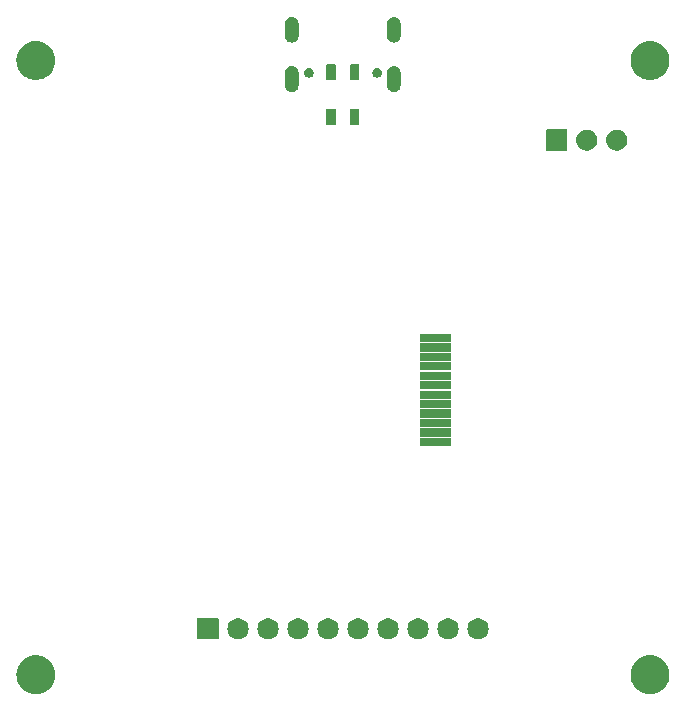
<source format=gbs>
G04 #@! TF.GenerationSoftware,KiCad,Pcbnew,7.0.7*
G04 #@! TF.CreationDate,2023-12-02T12:42:21+01:00*
G04 #@! TF.ProjectId,BusPirate-5-rev10,42757350-6972-4617-9465-2d352d726576,rev?*
G04 #@! TF.SameCoordinates,Original*
G04 #@! TF.FileFunction,Soldermask,Bot*
G04 #@! TF.FilePolarity,Negative*
%FSLAX46Y46*%
G04 Gerber Fmt 4.6, Leading zero omitted, Abs format (unit mm)*
G04 Created by KiCad (PCBNEW 7.0.7) date 2023-12-02 12:42:21*
%MOMM*%
%LPD*%
G01*
G04 APERTURE LIST*
G04 APERTURE END LIST*
G36*
X103959517Y-114454684D02*
G01*
X104023298Y-114454684D01*
X104092991Y-114465188D01*
X104158117Y-114470314D01*
X104210610Y-114482916D01*
X104267146Y-114491438D01*
X104341031Y-114514228D01*
X104409878Y-114530757D01*
X104454386Y-114549193D01*
X104502786Y-114564122D01*
X104578773Y-114600715D01*
X104649084Y-114629839D01*
X104685176Y-114651956D01*
X104724966Y-114671118D01*
X104800650Y-114722719D01*
X104869846Y-114765122D01*
X104897553Y-114788786D01*
X104928709Y-114810028D01*
X105001462Y-114877533D01*
X105066726Y-114933274D01*
X105086543Y-114956477D01*
X105109485Y-114977764D01*
X105176549Y-115061859D01*
X105234878Y-115130154D01*
X105247707Y-115151089D01*
X105263236Y-115170562D01*
X105321806Y-115272008D01*
X105370161Y-115350916D01*
X105377262Y-115368060D01*
X105386535Y-115384121D01*
X105433830Y-115504627D01*
X105469243Y-115590122D01*
X105472171Y-115602320D01*
X105476628Y-115613675D01*
X105509993Y-115759857D01*
X105529686Y-115841883D01*
X105530196Y-115848375D01*
X105531501Y-115854089D01*
X105548534Y-116081378D01*
X105550000Y-116100000D01*
X105548534Y-116118623D01*
X105531501Y-116345910D01*
X105530197Y-116351622D01*
X105529686Y-116358117D01*
X105509988Y-116440161D01*
X105476628Y-116586324D01*
X105472172Y-116597677D01*
X105469243Y-116609878D01*
X105433822Y-116695390D01*
X105386535Y-116815878D01*
X105377264Y-116831935D01*
X105370161Y-116849084D01*
X105321796Y-116928007D01*
X105263236Y-117029437D01*
X105247710Y-117048905D01*
X105234878Y-117069846D01*
X105176537Y-117138154D01*
X105109485Y-117222235D01*
X105086548Y-117243517D01*
X105066726Y-117266726D01*
X105001448Y-117322478D01*
X104928709Y-117389971D01*
X104897559Y-117411208D01*
X104869846Y-117434878D01*
X104800636Y-117477289D01*
X104724966Y-117528881D01*
X104685183Y-117548039D01*
X104649084Y-117570161D01*
X104578758Y-117599290D01*
X104502786Y-117635877D01*
X104454396Y-117650802D01*
X104409878Y-117669243D01*
X104341017Y-117685775D01*
X104267146Y-117708561D01*
X104210619Y-117717081D01*
X104158117Y-117729686D01*
X104092987Y-117734811D01*
X104023298Y-117745316D01*
X103959517Y-117745316D01*
X103900000Y-117750000D01*
X103840483Y-117745316D01*
X103776702Y-117745316D01*
X103707011Y-117734811D01*
X103641883Y-117729686D01*
X103589382Y-117717081D01*
X103532853Y-117708561D01*
X103458978Y-117685774D01*
X103390122Y-117669243D01*
X103345606Y-117650804D01*
X103297213Y-117635877D01*
X103221236Y-117599288D01*
X103150916Y-117570161D01*
X103114816Y-117548039D01*
X103075034Y-117528881D01*
X102999365Y-117477290D01*
X102930154Y-117434878D01*
X102902439Y-117411207D01*
X102871290Y-117389970D01*
X102798546Y-117322474D01*
X102733274Y-117266726D01*
X102713455Y-117243521D01*
X102690514Y-117222235D01*
X102623447Y-117138136D01*
X102565122Y-117069846D01*
X102552293Y-117048911D01*
X102536763Y-117029437D01*
X102478186Y-116927979D01*
X102429839Y-116849084D01*
X102422738Y-116831941D01*
X102413464Y-116815878D01*
X102366158Y-116695344D01*
X102330757Y-116609878D01*
X102327829Y-116597683D01*
X102323371Y-116586324D01*
X102289991Y-116440077D01*
X102270314Y-116358117D01*
X102269803Y-116351629D01*
X102268498Y-116345910D01*
X102251446Y-116118375D01*
X102250000Y-116100000D01*
X102251443Y-116081662D01*
X102268498Y-115854089D01*
X102269803Y-115848369D01*
X102270314Y-115841883D01*
X102289986Y-115759941D01*
X102323371Y-115613675D01*
X102327830Y-115602313D01*
X102330757Y-115590122D01*
X102366150Y-115504673D01*
X102413464Y-115384121D01*
X102422739Y-115368054D01*
X102429839Y-115350916D01*
X102478176Y-115272036D01*
X102536763Y-115170562D01*
X102552295Y-115151084D01*
X102565122Y-115130154D01*
X102623435Y-115061877D01*
X102690514Y-114977764D01*
X102713459Y-114956473D01*
X102733274Y-114933274D01*
X102798533Y-114877536D01*
X102871290Y-114810029D01*
X102902445Y-114788787D01*
X102930154Y-114765122D01*
X102999350Y-114722718D01*
X103075034Y-114671118D01*
X103114824Y-114651955D01*
X103150916Y-114629839D01*
X103221222Y-114600717D01*
X103297213Y-114564122D01*
X103345615Y-114549191D01*
X103390122Y-114530757D01*
X103458963Y-114514229D01*
X103532853Y-114491438D01*
X103589390Y-114482916D01*
X103641883Y-114470314D01*
X103707007Y-114465188D01*
X103776702Y-114454684D01*
X103840483Y-114454684D01*
X103900000Y-114450000D01*
X103959517Y-114454684D01*
G37*
G36*
X155959517Y-114454684D02*
G01*
X156023298Y-114454684D01*
X156092991Y-114465188D01*
X156158117Y-114470314D01*
X156210610Y-114482916D01*
X156267146Y-114491438D01*
X156341031Y-114514228D01*
X156409878Y-114530757D01*
X156454386Y-114549193D01*
X156502786Y-114564122D01*
X156578773Y-114600715D01*
X156649084Y-114629839D01*
X156685176Y-114651956D01*
X156724966Y-114671118D01*
X156800650Y-114722719D01*
X156869846Y-114765122D01*
X156897553Y-114788786D01*
X156928709Y-114810028D01*
X157001462Y-114877533D01*
X157066726Y-114933274D01*
X157086543Y-114956477D01*
X157109485Y-114977764D01*
X157176549Y-115061859D01*
X157234878Y-115130154D01*
X157247707Y-115151089D01*
X157263236Y-115170562D01*
X157321806Y-115272008D01*
X157370161Y-115350916D01*
X157377262Y-115368060D01*
X157386535Y-115384121D01*
X157433830Y-115504627D01*
X157469243Y-115590122D01*
X157472171Y-115602320D01*
X157476628Y-115613675D01*
X157509993Y-115759857D01*
X157529686Y-115841883D01*
X157530196Y-115848375D01*
X157531501Y-115854089D01*
X157548535Y-116081396D01*
X157550000Y-116100000D01*
X157548532Y-116118641D01*
X157531501Y-116345910D01*
X157530197Y-116351622D01*
X157529686Y-116358117D01*
X157509988Y-116440161D01*
X157476628Y-116586324D01*
X157472172Y-116597677D01*
X157469243Y-116609878D01*
X157433822Y-116695390D01*
X157386535Y-116815878D01*
X157377264Y-116831935D01*
X157370161Y-116849084D01*
X157321796Y-116928007D01*
X157263236Y-117029437D01*
X157247710Y-117048905D01*
X157234878Y-117069846D01*
X157176537Y-117138154D01*
X157109485Y-117222235D01*
X157086548Y-117243517D01*
X157066726Y-117266726D01*
X157001448Y-117322478D01*
X156928709Y-117389971D01*
X156897559Y-117411208D01*
X156869846Y-117434878D01*
X156800636Y-117477289D01*
X156724966Y-117528881D01*
X156685183Y-117548039D01*
X156649084Y-117570161D01*
X156578758Y-117599290D01*
X156502786Y-117635877D01*
X156454396Y-117650802D01*
X156409878Y-117669243D01*
X156341017Y-117685775D01*
X156267146Y-117708561D01*
X156210619Y-117717081D01*
X156158117Y-117729686D01*
X156092987Y-117734811D01*
X156023298Y-117745316D01*
X155959517Y-117745316D01*
X155900000Y-117750000D01*
X155840483Y-117745316D01*
X155776702Y-117745316D01*
X155707011Y-117734811D01*
X155641883Y-117729686D01*
X155589382Y-117717081D01*
X155532853Y-117708561D01*
X155458978Y-117685774D01*
X155390122Y-117669243D01*
X155345606Y-117650804D01*
X155297213Y-117635877D01*
X155221236Y-117599288D01*
X155150916Y-117570161D01*
X155114816Y-117548039D01*
X155075034Y-117528881D01*
X154999365Y-117477290D01*
X154930154Y-117434878D01*
X154902439Y-117411207D01*
X154871290Y-117389970D01*
X154798546Y-117322474D01*
X154733274Y-117266726D01*
X154713455Y-117243521D01*
X154690514Y-117222235D01*
X154623447Y-117138136D01*
X154565122Y-117069846D01*
X154552293Y-117048911D01*
X154536763Y-117029437D01*
X154478186Y-116927979D01*
X154429839Y-116849084D01*
X154422738Y-116831941D01*
X154413464Y-116815878D01*
X154366158Y-116695344D01*
X154330757Y-116609878D01*
X154327829Y-116597683D01*
X154323371Y-116586324D01*
X154289991Y-116440077D01*
X154270314Y-116358117D01*
X154269803Y-116351629D01*
X154268498Y-116345910D01*
X154251444Y-116118357D01*
X154250000Y-116100000D01*
X154251444Y-116081644D01*
X154268498Y-115854089D01*
X154269803Y-115848369D01*
X154270314Y-115841883D01*
X154289986Y-115759941D01*
X154323371Y-115613675D01*
X154327830Y-115602313D01*
X154330757Y-115590122D01*
X154366150Y-115504673D01*
X154413464Y-115384121D01*
X154422739Y-115368054D01*
X154429839Y-115350916D01*
X154478176Y-115272036D01*
X154536763Y-115170562D01*
X154552295Y-115151084D01*
X154565122Y-115130154D01*
X154623435Y-115061877D01*
X154690514Y-114977764D01*
X154713459Y-114956473D01*
X154733274Y-114933274D01*
X154798533Y-114877536D01*
X154871290Y-114810029D01*
X154902445Y-114788787D01*
X154930154Y-114765122D01*
X154999350Y-114722718D01*
X155075034Y-114671118D01*
X155114824Y-114651955D01*
X155150916Y-114629839D01*
X155221222Y-114600717D01*
X155297213Y-114564122D01*
X155345615Y-114549191D01*
X155390122Y-114530757D01*
X155458963Y-114514229D01*
X155532853Y-114491438D01*
X155589390Y-114482916D01*
X155641883Y-114470314D01*
X155707007Y-114465188D01*
X155776702Y-114454684D01*
X155840483Y-114454684D01*
X155900000Y-114450000D01*
X155959517Y-114454684D01*
G37*
G36*
X119339134Y-111323806D02*
G01*
X119355355Y-111334645D01*
X119366194Y-111350866D01*
X119370000Y-111370000D01*
X119370000Y-113070000D01*
X119366194Y-113089134D01*
X119355355Y-113105355D01*
X119339134Y-113116194D01*
X119320000Y-113120000D01*
X117620000Y-113120000D01*
X117600866Y-113116194D01*
X117584645Y-113105355D01*
X117573806Y-113089134D01*
X117570000Y-113070000D01*
X117570000Y-111370000D01*
X117573806Y-111350866D01*
X117584645Y-111334645D01*
X117600866Y-111323806D01*
X117620000Y-111320000D01*
X119320000Y-111320000D01*
X119339134Y-111323806D01*
G37*
G36*
X121288115Y-111364049D02*
G01*
X121460000Y-111440577D01*
X121612218Y-111551170D01*
X121738115Y-111690993D01*
X121832191Y-111853937D01*
X121890333Y-112032879D01*
X121910000Y-112220000D01*
X121890333Y-112407121D01*
X121832191Y-112586063D01*
X121738115Y-112749007D01*
X121612218Y-112888830D01*
X121460000Y-112999423D01*
X121288115Y-113075951D01*
X121104076Y-113115070D01*
X120915924Y-113115070D01*
X120731885Y-113075951D01*
X120560000Y-112999423D01*
X120407782Y-112888830D01*
X120281885Y-112749007D01*
X120187809Y-112586063D01*
X120129667Y-112407121D01*
X120110000Y-112220000D01*
X120129667Y-112032879D01*
X120187809Y-111853937D01*
X120281885Y-111690993D01*
X120407782Y-111551170D01*
X120560000Y-111440577D01*
X120731885Y-111364049D01*
X120915924Y-111324930D01*
X121104076Y-111324930D01*
X121288115Y-111364049D01*
G37*
G36*
X123828115Y-111364049D02*
G01*
X124000000Y-111440577D01*
X124152218Y-111551170D01*
X124278115Y-111690993D01*
X124372191Y-111853937D01*
X124430333Y-112032879D01*
X124450000Y-112220000D01*
X124430333Y-112407121D01*
X124372191Y-112586063D01*
X124278115Y-112749007D01*
X124152218Y-112888830D01*
X124000000Y-112999423D01*
X123828115Y-113075951D01*
X123644076Y-113115070D01*
X123455924Y-113115070D01*
X123271885Y-113075951D01*
X123100000Y-112999423D01*
X122947782Y-112888830D01*
X122821885Y-112749007D01*
X122727809Y-112586063D01*
X122669667Y-112407121D01*
X122650000Y-112220000D01*
X122669667Y-112032879D01*
X122727809Y-111853937D01*
X122821885Y-111690993D01*
X122947782Y-111551170D01*
X123100000Y-111440577D01*
X123271885Y-111364049D01*
X123455924Y-111324930D01*
X123644076Y-111324930D01*
X123828115Y-111364049D01*
G37*
G36*
X126368115Y-111364049D02*
G01*
X126540000Y-111440577D01*
X126692218Y-111551170D01*
X126818115Y-111690993D01*
X126912191Y-111853937D01*
X126970333Y-112032879D01*
X126990000Y-112220000D01*
X126970333Y-112407121D01*
X126912191Y-112586063D01*
X126818115Y-112749007D01*
X126692218Y-112888830D01*
X126540000Y-112999423D01*
X126368115Y-113075951D01*
X126184076Y-113115070D01*
X125995924Y-113115070D01*
X125811885Y-113075951D01*
X125640000Y-112999423D01*
X125487782Y-112888830D01*
X125361885Y-112749007D01*
X125267809Y-112586063D01*
X125209667Y-112407121D01*
X125190000Y-112220000D01*
X125209667Y-112032879D01*
X125267809Y-111853937D01*
X125361885Y-111690993D01*
X125487782Y-111551170D01*
X125640000Y-111440577D01*
X125811885Y-111364049D01*
X125995924Y-111324930D01*
X126184076Y-111324930D01*
X126368115Y-111364049D01*
G37*
G36*
X128908115Y-111364049D02*
G01*
X129080000Y-111440577D01*
X129232218Y-111551170D01*
X129358115Y-111690993D01*
X129452191Y-111853937D01*
X129510333Y-112032879D01*
X129530000Y-112220000D01*
X129510333Y-112407121D01*
X129452191Y-112586063D01*
X129358115Y-112749007D01*
X129232218Y-112888830D01*
X129080000Y-112999423D01*
X128908115Y-113075951D01*
X128724076Y-113115070D01*
X128535924Y-113115070D01*
X128351885Y-113075951D01*
X128180000Y-112999423D01*
X128027782Y-112888830D01*
X127901885Y-112749007D01*
X127807809Y-112586063D01*
X127749667Y-112407121D01*
X127730000Y-112220000D01*
X127749667Y-112032879D01*
X127807809Y-111853937D01*
X127901885Y-111690993D01*
X128027782Y-111551170D01*
X128180000Y-111440577D01*
X128351885Y-111364049D01*
X128535924Y-111324930D01*
X128724076Y-111324930D01*
X128908115Y-111364049D01*
G37*
G36*
X131448115Y-111364049D02*
G01*
X131620000Y-111440577D01*
X131772218Y-111551170D01*
X131898115Y-111690993D01*
X131992191Y-111853937D01*
X132050333Y-112032879D01*
X132070000Y-112220000D01*
X132050333Y-112407121D01*
X131992191Y-112586063D01*
X131898115Y-112749007D01*
X131772218Y-112888830D01*
X131620000Y-112999423D01*
X131448115Y-113075951D01*
X131264076Y-113115070D01*
X131075924Y-113115070D01*
X130891885Y-113075951D01*
X130720000Y-112999423D01*
X130567782Y-112888830D01*
X130441885Y-112749007D01*
X130347809Y-112586063D01*
X130289667Y-112407121D01*
X130270000Y-112220000D01*
X130289667Y-112032879D01*
X130347809Y-111853937D01*
X130441885Y-111690993D01*
X130567782Y-111551170D01*
X130720000Y-111440577D01*
X130891885Y-111364049D01*
X131075924Y-111324930D01*
X131264076Y-111324930D01*
X131448115Y-111364049D01*
G37*
G36*
X133988115Y-111364049D02*
G01*
X134160000Y-111440577D01*
X134312218Y-111551170D01*
X134438115Y-111690993D01*
X134532191Y-111853937D01*
X134590333Y-112032879D01*
X134610000Y-112220000D01*
X134590333Y-112407121D01*
X134532191Y-112586063D01*
X134438115Y-112749007D01*
X134312218Y-112888830D01*
X134160000Y-112999423D01*
X133988115Y-113075951D01*
X133804076Y-113115070D01*
X133615924Y-113115070D01*
X133431885Y-113075951D01*
X133260000Y-112999423D01*
X133107782Y-112888830D01*
X132981885Y-112749007D01*
X132887809Y-112586063D01*
X132829667Y-112407121D01*
X132810000Y-112220000D01*
X132829667Y-112032879D01*
X132887809Y-111853937D01*
X132981885Y-111690993D01*
X133107782Y-111551170D01*
X133260000Y-111440577D01*
X133431885Y-111364049D01*
X133615924Y-111324930D01*
X133804076Y-111324930D01*
X133988115Y-111364049D01*
G37*
G36*
X136528115Y-111364049D02*
G01*
X136700000Y-111440577D01*
X136852218Y-111551170D01*
X136978115Y-111690993D01*
X137072191Y-111853937D01*
X137130333Y-112032879D01*
X137150000Y-112220000D01*
X137130333Y-112407121D01*
X137072191Y-112586063D01*
X136978115Y-112749007D01*
X136852218Y-112888830D01*
X136700000Y-112999423D01*
X136528115Y-113075951D01*
X136344076Y-113115070D01*
X136155924Y-113115070D01*
X135971885Y-113075951D01*
X135800000Y-112999423D01*
X135647782Y-112888830D01*
X135521885Y-112749007D01*
X135427809Y-112586063D01*
X135369667Y-112407121D01*
X135350000Y-112220000D01*
X135369667Y-112032879D01*
X135427809Y-111853937D01*
X135521885Y-111690993D01*
X135647782Y-111551170D01*
X135800000Y-111440577D01*
X135971885Y-111364049D01*
X136155924Y-111324930D01*
X136344076Y-111324930D01*
X136528115Y-111364049D01*
G37*
G36*
X139068115Y-111364049D02*
G01*
X139240000Y-111440577D01*
X139392218Y-111551170D01*
X139518115Y-111690993D01*
X139612191Y-111853937D01*
X139670333Y-112032879D01*
X139690000Y-112220000D01*
X139670333Y-112407121D01*
X139612191Y-112586063D01*
X139518115Y-112749007D01*
X139392218Y-112888830D01*
X139240000Y-112999423D01*
X139068115Y-113075951D01*
X138884076Y-113115070D01*
X138695924Y-113115070D01*
X138511885Y-113075951D01*
X138340000Y-112999423D01*
X138187782Y-112888830D01*
X138061885Y-112749007D01*
X137967809Y-112586063D01*
X137909667Y-112407121D01*
X137890000Y-112220000D01*
X137909667Y-112032879D01*
X137967809Y-111853937D01*
X138061885Y-111690993D01*
X138187782Y-111551170D01*
X138340000Y-111440577D01*
X138511885Y-111364049D01*
X138695924Y-111324930D01*
X138884076Y-111324930D01*
X139068115Y-111364049D01*
G37*
G36*
X141608115Y-111364049D02*
G01*
X141780000Y-111440577D01*
X141932218Y-111551170D01*
X142058115Y-111690993D01*
X142152191Y-111853937D01*
X142210333Y-112032879D01*
X142230000Y-112220000D01*
X142210333Y-112407121D01*
X142152191Y-112586063D01*
X142058115Y-112749007D01*
X141932218Y-112888830D01*
X141780000Y-112999423D01*
X141608115Y-113075951D01*
X141424076Y-113115070D01*
X141235924Y-113115070D01*
X141051885Y-113075951D01*
X140880000Y-112999423D01*
X140727782Y-112888830D01*
X140601885Y-112749007D01*
X140507809Y-112586063D01*
X140449667Y-112407121D01*
X140430000Y-112220000D01*
X140449667Y-112032879D01*
X140507809Y-111853937D01*
X140601885Y-111690993D01*
X140727782Y-111551170D01*
X140880000Y-111440577D01*
X141051885Y-111364049D01*
X141235924Y-111324930D01*
X141424076Y-111324930D01*
X141608115Y-111364049D01*
G37*
G36*
X139019134Y-96053806D02*
G01*
X139035355Y-96064645D01*
X139046194Y-96080866D01*
X139050000Y-96100000D01*
X139050000Y-96700000D01*
X139046194Y-96719134D01*
X139035355Y-96735355D01*
X139019134Y-96746194D01*
X139000000Y-96750000D01*
X136450000Y-96750000D01*
X136430866Y-96746194D01*
X136414645Y-96735355D01*
X136403806Y-96719134D01*
X136400000Y-96700000D01*
X136400000Y-96100000D01*
X136403806Y-96080866D01*
X136414645Y-96064645D01*
X136430866Y-96053806D01*
X136450000Y-96050000D01*
X139000000Y-96050000D01*
X139019134Y-96053806D01*
G37*
G36*
X139019134Y-95253806D02*
G01*
X139035355Y-95264645D01*
X139046194Y-95280866D01*
X139050000Y-95300000D01*
X139050000Y-95900000D01*
X139046194Y-95919134D01*
X139035355Y-95935355D01*
X139019134Y-95946194D01*
X139000000Y-95950000D01*
X136450000Y-95950000D01*
X136430866Y-95946194D01*
X136414645Y-95935355D01*
X136403806Y-95919134D01*
X136400000Y-95900000D01*
X136400000Y-95300000D01*
X136403806Y-95280866D01*
X136414645Y-95264645D01*
X136430866Y-95253806D01*
X136450000Y-95250000D01*
X139000000Y-95250000D01*
X139019134Y-95253806D01*
G37*
G36*
X139019134Y-94453806D02*
G01*
X139035355Y-94464645D01*
X139046194Y-94480866D01*
X139050000Y-94500000D01*
X139050000Y-95100000D01*
X139046194Y-95119134D01*
X139035355Y-95135355D01*
X139019134Y-95146194D01*
X139000000Y-95150000D01*
X136450000Y-95150000D01*
X136430866Y-95146194D01*
X136414645Y-95135355D01*
X136403806Y-95119134D01*
X136400000Y-95100000D01*
X136400000Y-94500000D01*
X136403806Y-94480866D01*
X136414645Y-94464645D01*
X136430866Y-94453806D01*
X136450000Y-94450000D01*
X139000000Y-94450000D01*
X139019134Y-94453806D01*
G37*
G36*
X139019134Y-93653806D02*
G01*
X139035355Y-93664645D01*
X139046194Y-93680866D01*
X139050000Y-93700000D01*
X139050000Y-94300000D01*
X139046194Y-94319134D01*
X139035355Y-94335355D01*
X139019134Y-94346194D01*
X139000000Y-94350000D01*
X136450000Y-94350000D01*
X136430866Y-94346194D01*
X136414645Y-94335355D01*
X136403806Y-94319134D01*
X136400000Y-94300000D01*
X136400000Y-93700000D01*
X136403806Y-93680866D01*
X136414645Y-93664645D01*
X136430866Y-93653806D01*
X136450000Y-93650000D01*
X139000000Y-93650000D01*
X139019134Y-93653806D01*
G37*
G36*
X139019134Y-92853806D02*
G01*
X139035355Y-92864645D01*
X139046194Y-92880866D01*
X139050000Y-92900000D01*
X139050000Y-93500000D01*
X139046194Y-93519134D01*
X139035355Y-93535355D01*
X139019134Y-93546194D01*
X139000000Y-93550000D01*
X136450000Y-93550000D01*
X136430866Y-93546194D01*
X136414645Y-93535355D01*
X136403806Y-93519134D01*
X136400000Y-93500000D01*
X136400000Y-92900000D01*
X136403806Y-92880866D01*
X136414645Y-92864645D01*
X136430866Y-92853806D01*
X136450000Y-92850000D01*
X139000000Y-92850000D01*
X139019134Y-92853806D01*
G37*
G36*
X139019134Y-92053806D02*
G01*
X139035355Y-92064645D01*
X139046194Y-92080866D01*
X139050000Y-92100000D01*
X139050000Y-92700000D01*
X139046194Y-92719134D01*
X139035355Y-92735355D01*
X139019134Y-92746194D01*
X139000000Y-92750000D01*
X136450000Y-92750000D01*
X136430866Y-92746194D01*
X136414645Y-92735355D01*
X136403806Y-92719134D01*
X136400000Y-92700000D01*
X136400000Y-92100000D01*
X136403806Y-92080866D01*
X136414645Y-92064645D01*
X136430866Y-92053806D01*
X136450000Y-92050000D01*
X139000000Y-92050000D01*
X139019134Y-92053806D01*
G37*
G36*
X139019134Y-91253806D02*
G01*
X139035355Y-91264645D01*
X139046194Y-91280866D01*
X139050000Y-91300000D01*
X139050000Y-91900000D01*
X139046194Y-91919134D01*
X139035355Y-91935355D01*
X139019134Y-91946194D01*
X139000000Y-91950000D01*
X136450000Y-91950000D01*
X136430866Y-91946194D01*
X136414645Y-91935355D01*
X136403806Y-91919134D01*
X136400000Y-91900000D01*
X136400000Y-91300000D01*
X136403806Y-91280866D01*
X136414645Y-91264645D01*
X136430866Y-91253806D01*
X136450000Y-91250000D01*
X139000000Y-91250000D01*
X139019134Y-91253806D01*
G37*
G36*
X139019134Y-90453806D02*
G01*
X139035355Y-90464645D01*
X139046194Y-90480866D01*
X139050000Y-90500000D01*
X139050000Y-91100000D01*
X139046194Y-91119134D01*
X139035355Y-91135355D01*
X139019134Y-91146194D01*
X139000000Y-91150000D01*
X136450000Y-91150000D01*
X136430866Y-91146194D01*
X136414645Y-91135355D01*
X136403806Y-91119134D01*
X136400000Y-91100000D01*
X136400000Y-90500000D01*
X136403806Y-90480866D01*
X136414645Y-90464645D01*
X136430866Y-90453806D01*
X136450000Y-90450000D01*
X139000000Y-90450000D01*
X139019134Y-90453806D01*
G37*
G36*
X139019134Y-89653806D02*
G01*
X139035355Y-89664645D01*
X139046194Y-89680866D01*
X139050000Y-89700000D01*
X139050000Y-90300000D01*
X139046194Y-90319134D01*
X139035355Y-90335355D01*
X139019134Y-90346194D01*
X139000000Y-90350000D01*
X136450000Y-90350000D01*
X136430866Y-90346194D01*
X136414645Y-90335355D01*
X136403806Y-90319134D01*
X136400000Y-90300000D01*
X136400000Y-89700000D01*
X136403806Y-89680866D01*
X136414645Y-89664645D01*
X136430866Y-89653806D01*
X136450000Y-89650000D01*
X139000000Y-89650000D01*
X139019134Y-89653806D01*
G37*
G36*
X139019134Y-88853806D02*
G01*
X139035355Y-88864645D01*
X139046194Y-88880866D01*
X139050000Y-88900000D01*
X139050000Y-89500000D01*
X139046194Y-89519134D01*
X139035355Y-89535355D01*
X139019134Y-89546194D01*
X139000000Y-89550000D01*
X136450000Y-89550000D01*
X136430866Y-89546194D01*
X136414645Y-89535355D01*
X136403806Y-89519134D01*
X136400000Y-89500000D01*
X136400000Y-88900000D01*
X136403806Y-88880866D01*
X136414645Y-88864645D01*
X136430866Y-88853806D01*
X136450000Y-88850000D01*
X139000000Y-88850000D01*
X139019134Y-88853806D01*
G37*
G36*
X139019134Y-88053806D02*
G01*
X139035355Y-88064645D01*
X139046194Y-88080866D01*
X139050000Y-88100000D01*
X139050000Y-88700000D01*
X139046194Y-88719134D01*
X139035355Y-88735355D01*
X139019134Y-88746194D01*
X139000000Y-88750000D01*
X136450000Y-88750000D01*
X136430866Y-88746194D01*
X136414645Y-88735355D01*
X136403806Y-88719134D01*
X136400000Y-88700000D01*
X136400000Y-88100000D01*
X136403806Y-88080866D01*
X136414645Y-88064645D01*
X136430866Y-88053806D01*
X136450000Y-88050000D01*
X139000000Y-88050000D01*
X139019134Y-88053806D01*
G37*
G36*
X139019134Y-87253806D02*
G01*
X139035355Y-87264645D01*
X139046194Y-87280866D01*
X139050000Y-87300000D01*
X139050000Y-87900000D01*
X139046194Y-87919134D01*
X139035355Y-87935355D01*
X139019134Y-87946194D01*
X139000000Y-87950000D01*
X136450000Y-87950000D01*
X136430866Y-87946194D01*
X136414645Y-87935355D01*
X136403806Y-87919134D01*
X136400000Y-87900000D01*
X136400000Y-87300000D01*
X136403806Y-87280866D01*
X136414645Y-87264645D01*
X136430866Y-87253806D01*
X136450000Y-87250000D01*
X139000000Y-87250000D01*
X139019134Y-87253806D01*
G37*
G36*
X148879134Y-69953806D02*
G01*
X148895355Y-69964645D01*
X148906194Y-69980866D01*
X148910000Y-70000000D01*
X148910000Y-71700000D01*
X148906194Y-71719134D01*
X148895355Y-71735355D01*
X148879134Y-71746194D01*
X148860000Y-71750000D01*
X147160000Y-71750000D01*
X147140866Y-71746194D01*
X147124645Y-71735355D01*
X147113806Y-71719134D01*
X147110000Y-71700000D01*
X147110000Y-70000000D01*
X147113806Y-69980866D01*
X147124645Y-69964645D01*
X147140866Y-69953806D01*
X147160000Y-69950000D01*
X148860000Y-69950000D01*
X148879134Y-69953806D01*
G37*
G36*
X150828115Y-69994049D02*
G01*
X151000000Y-70070577D01*
X151152218Y-70181170D01*
X151278115Y-70320993D01*
X151372191Y-70483937D01*
X151430333Y-70662879D01*
X151450000Y-70850000D01*
X151430333Y-71037121D01*
X151372191Y-71216063D01*
X151278115Y-71379007D01*
X151152218Y-71518830D01*
X151000000Y-71629423D01*
X150828115Y-71705951D01*
X150644076Y-71745070D01*
X150455924Y-71745070D01*
X150271885Y-71705951D01*
X150100000Y-71629423D01*
X149947782Y-71518830D01*
X149821885Y-71379007D01*
X149727809Y-71216063D01*
X149669667Y-71037121D01*
X149650000Y-70850000D01*
X149669667Y-70662879D01*
X149727809Y-70483937D01*
X149821885Y-70320993D01*
X149947782Y-70181170D01*
X150100000Y-70070577D01*
X150271885Y-69994049D01*
X150455924Y-69954930D01*
X150644076Y-69954930D01*
X150828115Y-69994049D01*
G37*
G36*
X153368115Y-69994049D02*
G01*
X153540000Y-70070577D01*
X153692218Y-70181170D01*
X153818115Y-70320993D01*
X153912191Y-70483937D01*
X153970333Y-70662879D01*
X153990000Y-70850000D01*
X153970333Y-71037121D01*
X153912191Y-71216063D01*
X153818115Y-71379007D01*
X153692218Y-71518830D01*
X153540000Y-71629423D01*
X153368115Y-71705951D01*
X153184076Y-71745070D01*
X152995924Y-71745070D01*
X152811885Y-71705951D01*
X152640000Y-71629423D01*
X152487782Y-71518830D01*
X152361885Y-71379007D01*
X152267809Y-71216063D01*
X152209667Y-71037121D01*
X152190000Y-70850000D01*
X152209667Y-70662879D01*
X152267809Y-70483937D01*
X152361885Y-70320993D01*
X152487782Y-70181170D01*
X152640000Y-70070577D01*
X152811885Y-69994049D01*
X152995924Y-69954930D01*
X153184076Y-69954930D01*
X153368115Y-69994049D01*
G37*
G36*
X129269134Y-68208806D02*
G01*
X129285355Y-68219645D01*
X129296194Y-68235866D01*
X129300000Y-68255000D01*
X129300000Y-69505000D01*
X129296194Y-69524134D01*
X129285355Y-69540355D01*
X129269134Y-69551194D01*
X129250000Y-69555000D01*
X128550000Y-69555000D01*
X128530866Y-69551194D01*
X128514645Y-69540355D01*
X128503806Y-69524134D01*
X128500000Y-69505000D01*
X128500000Y-68255000D01*
X128503806Y-68235866D01*
X128514645Y-68219645D01*
X128530866Y-68208806D01*
X128550000Y-68205000D01*
X129250000Y-68205000D01*
X129269134Y-68208806D01*
G37*
G36*
X131269134Y-68208806D02*
G01*
X131285355Y-68219645D01*
X131296194Y-68235866D01*
X131300000Y-68255000D01*
X131300000Y-69505000D01*
X131296194Y-69524134D01*
X131285355Y-69540355D01*
X131269134Y-69551194D01*
X131250000Y-69555000D01*
X130550000Y-69555000D01*
X130530866Y-69551194D01*
X130514645Y-69540355D01*
X130503806Y-69524134D01*
X130500000Y-69505000D01*
X130500000Y-68255000D01*
X130503806Y-68235866D01*
X130514645Y-68219645D01*
X130530866Y-68208806D01*
X130550000Y-68205000D01*
X131250000Y-68205000D01*
X131269134Y-68208806D01*
G37*
G36*
X125728821Y-64599593D02*
G01*
X125867500Y-64657035D01*
X125986586Y-64748414D01*
X126077965Y-64867500D01*
X126135407Y-65006179D01*
X126155000Y-65155000D01*
X126155000Y-66205000D01*
X126135407Y-66353821D01*
X126077965Y-66492500D01*
X125986586Y-66611586D01*
X125867500Y-66702965D01*
X125728821Y-66760407D01*
X125580000Y-66780000D01*
X125431179Y-66760407D01*
X125292500Y-66702965D01*
X125173414Y-66611586D01*
X125082035Y-66492500D01*
X125024593Y-66353821D01*
X125005000Y-66205000D01*
X125005000Y-65155000D01*
X125024593Y-65006179D01*
X125082035Y-64867500D01*
X125173414Y-64748414D01*
X125292500Y-64657035D01*
X125431179Y-64599593D01*
X125580000Y-64580000D01*
X125728821Y-64599593D01*
G37*
G36*
X134368821Y-64599593D02*
G01*
X134507500Y-64657035D01*
X134626586Y-64748414D01*
X134717965Y-64867500D01*
X134775407Y-65006179D01*
X134795000Y-65155000D01*
X134795000Y-66205000D01*
X134775407Y-66353821D01*
X134717965Y-66492500D01*
X134626586Y-66611586D01*
X134507500Y-66702965D01*
X134368821Y-66760407D01*
X134220000Y-66780000D01*
X134071179Y-66760407D01*
X133932500Y-66702965D01*
X133813414Y-66611586D01*
X133722035Y-66492500D01*
X133664593Y-66353821D01*
X133645000Y-66205000D01*
X133645000Y-65155000D01*
X133664593Y-65006179D01*
X133722035Y-64867500D01*
X133813414Y-64748414D01*
X133932500Y-64657035D01*
X134071179Y-64599593D01*
X134220000Y-64580000D01*
X134368821Y-64599593D01*
G37*
G36*
X129269134Y-64448806D02*
G01*
X129285355Y-64459645D01*
X129296194Y-64475866D01*
X129300000Y-64495000D01*
X129300000Y-65745000D01*
X129296194Y-65764134D01*
X129285355Y-65780355D01*
X129269134Y-65791194D01*
X129250000Y-65795000D01*
X128550000Y-65795000D01*
X128530866Y-65791194D01*
X128514645Y-65780355D01*
X128503806Y-65764134D01*
X128500000Y-65745000D01*
X128500000Y-64495000D01*
X128503806Y-64475866D01*
X128514645Y-64459645D01*
X128530866Y-64448806D01*
X128550000Y-64445000D01*
X129250000Y-64445000D01*
X129269134Y-64448806D01*
G37*
G36*
X131269134Y-64448806D02*
G01*
X131285355Y-64459645D01*
X131296194Y-64475866D01*
X131300000Y-64495000D01*
X131300000Y-65745000D01*
X131296194Y-65764134D01*
X131285355Y-65780355D01*
X131269134Y-65791194D01*
X131250000Y-65795000D01*
X130550000Y-65795000D01*
X130530866Y-65791194D01*
X130514645Y-65780355D01*
X130503806Y-65764134D01*
X130500000Y-65745000D01*
X130500000Y-64495000D01*
X130503806Y-64475866D01*
X130514645Y-64459645D01*
X130530866Y-64448806D01*
X130550000Y-64445000D01*
X131250000Y-64445000D01*
X131269134Y-64448806D01*
G37*
G36*
X103959517Y-62454684D02*
G01*
X104023298Y-62454684D01*
X104092991Y-62465188D01*
X104158117Y-62470314D01*
X104210610Y-62482916D01*
X104267146Y-62491438D01*
X104341031Y-62514228D01*
X104409878Y-62530757D01*
X104454386Y-62549193D01*
X104502786Y-62564122D01*
X104578773Y-62600715D01*
X104649084Y-62629839D01*
X104685176Y-62651956D01*
X104724966Y-62671118D01*
X104800650Y-62722719D01*
X104869846Y-62765122D01*
X104897553Y-62788786D01*
X104928709Y-62810028D01*
X105001462Y-62877533D01*
X105066726Y-62933274D01*
X105086543Y-62956477D01*
X105109485Y-62977764D01*
X105176549Y-63061859D01*
X105234878Y-63130154D01*
X105247707Y-63151089D01*
X105263236Y-63170562D01*
X105321806Y-63272008D01*
X105370161Y-63350916D01*
X105377262Y-63368060D01*
X105386535Y-63384121D01*
X105433830Y-63504627D01*
X105469243Y-63590122D01*
X105472171Y-63602320D01*
X105476628Y-63613675D01*
X105509993Y-63759857D01*
X105529686Y-63841883D01*
X105530196Y-63848375D01*
X105531501Y-63854089D01*
X105548534Y-64081378D01*
X105550000Y-64100000D01*
X105548534Y-64118623D01*
X105531501Y-64345910D01*
X105530197Y-64351622D01*
X105529686Y-64358117D01*
X105509988Y-64440161D01*
X105476628Y-64586324D01*
X105472172Y-64597677D01*
X105469243Y-64609878D01*
X105433822Y-64695390D01*
X105386535Y-64815878D01*
X105377264Y-64831935D01*
X105370161Y-64849084D01*
X105321796Y-64928007D01*
X105263236Y-65029437D01*
X105247710Y-65048905D01*
X105234878Y-65069846D01*
X105176537Y-65138154D01*
X105109485Y-65222235D01*
X105086548Y-65243517D01*
X105066726Y-65266726D01*
X105001448Y-65322478D01*
X104928709Y-65389971D01*
X104897559Y-65411208D01*
X104869846Y-65434878D01*
X104800636Y-65477289D01*
X104724966Y-65528881D01*
X104685183Y-65548039D01*
X104649084Y-65570161D01*
X104578758Y-65599290D01*
X104502786Y-65635877D01*
X104454396Y-65650802D01*
X104409878Y-65669243D01*
X104341017Y-65685775D01*
X104267146Y-65708561D01*
X104210619Y-65717081D01*
X104158117Y-65729686D01*
X104092987Y-65734811D01*
X104023298Y-65745316D01*
X103959517Y-65745316D01*
X103900000Y-65750000D01*
X103840483Y-65745316D01*
X103776702Y-65745316D01*
X103707011Y-65734811D01*
X103641883Y-65729686D01*
X103589382Y-65717081D01*
X103532853Y-65708561D01*
X103458978Y-65685774D01*
X103390122Y-65669243D01*
X103345606Y-65650804D01*
X103297213Y-65635877D01*
X103221236Y-65599288D01*
X103150916Y-65570161D01*
X103114816Y-65548039D01*
X103075034Y-65528881D01*
X102999365Y-65477290D01*
X102930154Y-65434878D01*
X102902439Y-65411207D01*
X102871290Y-65389970D01*
X102798546Y-65322474D01*
X102733274Y-65266726D01*
X102713455Y-65243521D01*
X102690514Y-65222235D01*
X102623447Y-65138136D01*
X102565122Y-65069846D01*
X102552293Y-65048911D01*
X102536763Y-65029437D01*
X102478186Y-64927979D01*
X102429839Y-64849084D01*
X102422738Y-64831941D01*
X102413464Y-64815878D01*
X102366158Y-64695344D01*
X102330757Y-64609878D01*
X102327829Y-64597683D01*
X102323371Y-64586324D01*
X102289991Y-64440077D01*
X102270314Y-64358117D01*
X102269803Y-64351629D01*
X102268498Y-64345910D01*
X102251446Y-64118375D01*
X102250000Y-64100000D01*
X102251443Y-64081662D01*
X102268498Y-63854089D01*
X102269803Y-63848369D01*
X102270314Y-63841883D01*
X102289986Y-63759941D01*
X102323371Y-63613675D01*
X102327830Y-63602313D01*
X102330757Y-63590122D01*
X102366150Y-63504673D01*
X102413464Y-63384121D01*
X102422739Y-63368054D01*
X102429839Y-63350916D01*
X102478176Y-63272036D01*
X102536763Y-63170562D01*
X102552295Y-63151084D01*
X102565122Y-63130154D01*
X102623435Y-63061877D01*
X102690514Y-62977764D01*
X102713459Y-62956473D01*
X102733274Y-62933274D01*
X102798533Y-62877536D01*
X102871290Y-62810029D01*
X102902445Y-62788787D01*
X102930154Y-62765122D01*
X102999350Y-62722718D01*
X103075034Y-62671118D01*
X103114824Y-62651955D01*
X103150916Y-62629839D01*
X103221222Y-62600717D01*
X103297213Y-62564122D01*
X103345615Y-62549191D01*
X103390122Y-62530757D01*
X103458963Y-62514229D01*
X103532853Y-62491438D01*
X103589390Y-62482916D01*
X103641883Y-62470314D01*
X103707007Y-62465188D01*
X103776702Y-62454684D01*
X103840483Y-62454684D01*
X103900000Y-62450000D01*
X103959517Y-62454684D01*
G37*
G36*
X155959517Y-62454684D02*
G01*
X156023298Y-62454684D01*
X156092991Y-62465188D01*
X156158117Y-62470314D01*
X156210610Y-62482916D01*
X156267146Y-62491438D01*
X156341031Y-62514228D01*
X156409878Y-62530757D01*
X156454386Y-62549193D01*
X156502786Y-62564122D01*
X156578773Y-62600715D01*
X156649084Y-62629839D01*
X156685176Y-62651956D01*
X156724966Y-62671118D01*
X156800650Y-62722719D01*
X156869846Y-62765122D01*
X156897553Y-62788786D01*
X156928709Y-62810028D01*
X157001462Y-62877533D01*
X157066726Y-62933274D01*
X157086543Y-62956477D01*
X157109485Y-62977764D01*
X157176549Y-63061859D01*
X157234878Y-63130154D01*
X157247707Y-63151089D01*
X157263236Y-63170562D01*
X157321806Y-63272008D01*
X157370161Y-63350916D01*
X157377262Y-63368060D01*
X157386535Y-63384121D01*
X157433830Y-63504627D01*
X157469243Y-63590122D01*
X157472171Y-63602320D01*
X157476628Y-63613675D01*
X157509993Y-63759857D01*
X157529686Y-63841883D01*
X157530196Y-63848375D01*
X157531501Y-63854089D01*
X157548535Y-64081396D01*
X157550000Y-64100000D01*
X157548532Y-64118641D01*
X157531501Y-64345910D01*
X157530197Y-64351622D01*
X157529686Y-64358117D01*
X157509988Y-64440161D01*
X157476628Y-64586324D01*
X157472172Y-64597677D01*
X157469243Y-64609878D01*
X157433822Y-64695390D01*
X157386535Y-64815878D01*
X157377264Y-64831935D01*
X157370161Y-64849084D01*
X157321796Y-64928007D01*
X157263236Y-65029437D01*
X157247710Y-65048905D01*
X157234878Y-65069846D01*
X157176537Y-65138154D01*
X157109485Y-65222235D01*
X157086548Y-65243517D01*
X157066726Y-65266726D01*
X157001448Y-65322478D01*
X156928709Y-65389971D01*
X156897559Y-65411208D01*
X156869846Y-65434878D01*
X156800636Y-65477289D01*
X156724966Y-65528881D01*
X156685183Y-65548039D01*
X156649084Y-65570161D01*
X156578758Y-65599290D01*
X156502786Y-65635877D01*
X156454396Y-65650802D01*
X156409878Y-65669243D01*
X156341017Y-65685775D01*
X156267146Y-65708561D01*
X156210619Y-65717081D01*
X156158117Y-65729686D01*
X156092987Y-65734811D01*
X156023298Y-65745316D01*
X155959517Y-65745316D01*
X155900000Y-65750000D01*
X155840483Y-65745316D01*
X155776702Y-65745316D01*
X155707011Y-65734811D01*
X155641883Y-65729686D01*
X155589382Y-65717081D01*
X155532853Y-65708561D01*
X155458978Y-65685774D01*
X155390122Y-65669243D01*
X155345606Y-65650804D01*
X155297213Y-65635877D01*
X155221236Y-65599288D01*
X155150916Y-65570161D01*
X155114816Y-65548039D01*
X155075034Y-65528881D01*
X154999365Y-65477290D01*
X154930154Y-65434878D01*
X154902439Y-65411207D01*
X154871290Y-65389970D01*
X154798546Y-65322474D01*
X154733274Y-65266726D01*
X154713455Y-65243521D01*
X154690514Y-65222235D01*
X154623447Y-65138136D01*
X154565122Y-65069846D01*
X154552293Y-65048911D01*
X154536763Y-65029437D01*
X154478186Y-64927979D01*
X154429839Y-64849084D01*
X154422738Y-64831941D01*
X154413464Y-64815878D01*
X154366158Y-64695344D01*
X154330757Y-64609878D01*
X154327829Y-64597683D01*
X154323371Y-64586324D01*
X154289991Y-64440077D01*
X154270314Y-64358117D01*
X154269803Y-64351629D01*
X154268498Y-64345910D01*
X154251444Y-64118357D01*
X154250000Y-64100000D01*
X154251444Y-64081644D01*
X154268498Y-63854089D01*
X154269803Y-63848369D01*
X154270314Y-63841883D01*
X154289986Y-63759941D01*
X154323371Y-63613675D01*
X154327830Y-63602313D01*
X154330757Y-63590122D01*
X154366150Y-63504673D01*
X154413464Y-63384121D01*
X154422739Y-63368054D01*
X154429839Y-63350916D01*
X154478176Y-63272036D01*
X154536763Y-63170562D01*
X154552295Y-63151084D01*
X154565122Y-63130154D01*
X154623435Y-63061877D01*
X154690514Y-62977764D01*
X154713459Y-62956473D01*
X154733274Y-62933274D01*
X154798533Y-62877536D01*
X154871290Y-62810029D01*
X154902445Y-62788787D01*
X154930154Y-62765122D01*
X154999350Y-62722718D01*
X155075034Y-62671118D01*
X155114824Y-62651955D01*
X155150916Y-62629839D01*
X155221222Y-62600717D01*
X155297213Y-62564122D01*
X155345615Y-62549191D01*
X155390122Y-62530757D01*
X155458963Y-62514229D01*
X155532853Y-62491438D01*
X155589390Y-62482916D01*
X155641883Y-62470314D01*
X155707007Y-62465188D01*
X155776702Y-62454684D01*
X155840483Y-62454684D01*
X155900000Y-62450000D01*
X155959517Y-62454684D01*
G37*
G36*
X127133607Y-64769577D02*
G01*
X127245114Y-64826393D01*
X127333607Y-64914886D01*
X127390423Y-65026393D01*
X127410000Y-65150000D01*
X127390423Y-65273607D01*
X127333607Y-65385114D01*
X127245114Y-65473607D01*
X127133607Y-65530423D01*
X127010000Y-65550000D01*
X126886393Y-65530423D01*
X126774886Y-65473607D01*
X126686393Y-65385114D01*
X126629577Y-65273607D01*
X126610000Y-65150000D01*
X126629577Y-65026393D01*
X126686393Y-64914886D01*
X126774886Y-64826393D01*
X126886393Y-64769577D01*
X127010000Y-64750000D01*
X127133607Y-64769577D01*
G37*
G36*
X132913607Y-64769577D02*
G01*
X133025114Y-64826393D01*
X133113607Y-64914886D01*
X133170423Y-65026393D01*
X133190000Y-65150000D01*
X133170423Y-65273607D01*
X133113607Y-65385114D01*
X133025114Y-65473607D01*
X132913607Y-65530423D01*
X132790000Y-65550000D01*
X132666393Y-65530423D01*
X132554886Y-65473607D01*
X132466393Y-65385114D01*
X132409577Y-65273607D01*
X132390000Y-65150000D01*
X132409577Y-65026393D01*
X132466393Y-64914886D01*
X132554886Y-64826393D01*
X132666393Y-64769577D01*
X132790000Y-64750000D01*
X132913607Y-64769577D01*
G37*
G36*
X125728821Y-60419593D02*
G01*
X125867500Y-60477035D01*
X125986586Y-60568414D01*
X126077965Y-60687500D01*
X126135407Y-60826179D01*
X126155000Y-60975000D01*
X126155000Y-62025000D01*
X126135407Y-62173821D01*
X126077965Y-62312500D01*
X125986586Y-62431586D01*
X125867500Y-62522965D01*
X125728821Y-62580407D01*
X125580000Y-62600000D01*
X125431179Y-62580407D01*
X125292500Y-62522965D01*
X125173414Y-62431586D01*
X125082035Y-62312500D01*
X125024593Y-62173821D01*
X125005000Y-62025000D01*
X125005000Y-60975000D01*
X125024593Y-60826179D01*
X125082035Y-60687500D01*
X125173414Y-60568414D01*
X125292500Y-60477035D01*
X125431179Y-60419593D01*
X125580000Y-60400000D01*
X125728821Y-60419593D01*
G37*
G36*
X134368821Y-60419593D02*
G01*
X134507500Y-60477035D01*
X134626586Y-60568414D01*
X134717965Y-60687500D01*
X134775407Y-60826179D01*
X134795000Y-60975000D01*
X134795000Y-62025000D01*
X134775407Y-62173821D01*
X134717965Y-62312500D01*
X134626586Y-62431586D01*
X134507500Y-62522965D01*
X134368821Y-62580407D01*
X134220000Y-62600000D01*
X134071179Y-62580407D01*
X133932500Y-62522965D01*
X133813414Y-62431586D01*
X133722035Y-62312500D01*
X133664593Y-62173821D01*
X133645000Y-62025000D01*
X133645000Y-60975000D01*
X133664593Y-60826179D01*
X133722035Y-60687500D01*
X133813414Y-60568414D01*
X133932500Y-60477035D01*
X134071179Y-60419593D01*
X134220000Y-60400000D01*
X134368821Y-60419593D01*
G37*
M02*

</source>
